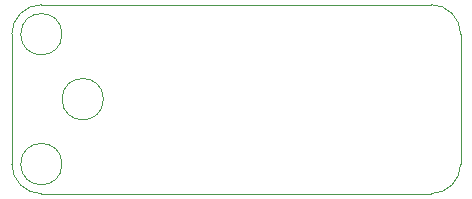
<source format=gbr>
%TF.GenerationSoftware,KiCad,Pcbnew,8.0.3*%
%TF.CreationDate,2024-07-01T09:22:30+07:00*%
%TF.ProjectId,WeatherStation,57656174-6865-4725-9374-6174696f6e2e,rev?*%
%TF.SameCoordinates,Original*%
%TF.FileFunction,Profile,NP*%
%FSLAX46Y46*%
G04 Gerber Fmt 4.6, Leading zero omitted, Abs format (unit mm)*
G04 Created by KiCad (PCBNEW 8.0.3) date 2024-07-01 09:22:30*
%MOMM*%
%LPD*%
G01*
G04 APERTURE LIST*
%TA.AperFunction,Profile*%
%ADD10C,0.100000*%
%TD*%
%TA.AperFunction,Profile*%
%ADD11C,0.010000*%
%TD*%
G04 APERTURE END LIST*
D10*
X193875000Y-122100000D02*
X226874802Y-122100000D01*
X229374902Y-119600000D02*
X229374902Y-108600000D01*
X229374802Y-119599999D02*
G75*
G02*
X226874802Y-122100002I-2500002J-1D01*
G01*
X194375000Y-106100000D02*
X193875000Y-106100000D01*
D11*
X195625001Y-119600000D02*
G75*
G02*
X192125001Y-119600000I-1750000J0D01*
G01*
X192125001Y-119600000D02*
G75*
G02*
X195625001Y-119600000I1750000J0D01*
G01*
D10*
X191375000Y-108600000D02*
G75*
G02*
X193875000Y-106100000I2500000J0D01*
G01*
X226874901Y-106100000D02*
G75*
G02*
X229374900Y-108600000I-1J-2500000D01*
G01*
D11*
X199125001Y-114100000D02*
G75*
G02*
X195625001Y-114100000I-1750000J0D01*
G01*
X195625001Y-114100000D02*
G75*
G02*
X199125001Y-114100000I1750000J0D01*
G01*
D10*
X193875001Y-122100800D02*
G75*
G02*
X191375000Y-119600800I-1J2500000D01*
G01*
D11*
X195625000Y-108600000D02*
G75*
G02*
X192125000Y-108600000I-1750000J0D01*
G01*
X192125000Y-108600000D02*
G75*
G02*
X195625000Y-108600000I1750000J0D01*
G01*
D10*
X191375000Y-119600000D02*
X191375000Y-108600000D01*
X194375000Y-106100000D02*
X226375000Y-106100000D01*
X226874901Y-106100000D02*
X226374902Y-106100000D01*
M02*

</source>
